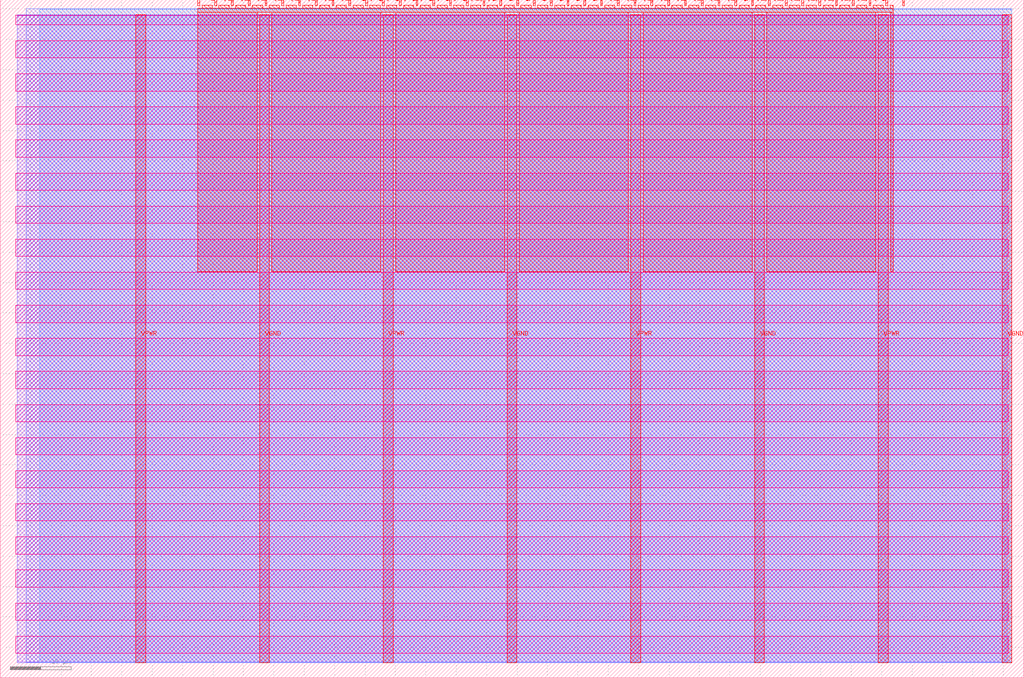
<source format=lef>
VERSION 5.7 ;
  NOWIREEXTENSIONATPIN ON ;
  DIVIDERCHAR "/" ;
  BUSBITCHARS "[]" ;
MACRO tt_um_psychogenic_neptuneproportional_dup
  CLASS BLOCK ;
  FOREIGN tt_um_psychogenic_neptuneproportional_dup ;
  ORIGIN 0.000 0.000 ;
  SIZE 168.360 BY 111.520 ;
  PIN VGND
    DIRECTION INOUT ;
    USE GROUND ;
    PORT
      LAYER met4 ;
        RECT 42.670 2.480 44.270 109.040 ;
    END
    PORT
      LAYER met4 ;
        RECT 83.380 2.480 84.980 109.040 ;
    END
    PORT
      LAYER met4 ;
        RECT 124.090 2.480 125.690 109.040 ;
    END
    PORT
      LAYER met4 ;
        RECT 164.800 2.480 166.400 109.040 ;
    END
  END VGND
  PIN VPWR
    DIRECTION INOUT ;
    USE POWER ;
    PORT
      LAYER met4 ;
        RECT 22.315 2.480 23.915 109.040 ;
    END
    PORT
      LAYER met4 ;
        RECT 63.025 2.480 64.625 109.040 ;
    END
    PORT
      LAYER met4 ;
        RECT 103.735 2.480 105.335 109.040 ;
    END
    PORT
      LAYER met4 ;
        RECT 144.445 2.480 146.045 109.040 ;
    END
  END VPWR
  PIN clk
    DIRECTION INPUT ;
    USE SIGNAL ;
    ANTENNAGATEAREA 0.852000 ;
    PORT
      LAYER met4 ;
        RECT 145.670 110.520 145.970 111.520 ;
    END
  END clk
  PIN ena
    DIRECTION INPUT ;
    USE SIGNAL ;
    PORT
      LAYER met4 ;
        RECT 148.430 110.520 148.730 111.520 ;
    END
  END ena
  PIN rst_n
    DIRECTION INPUT ;
    USE SIGNAL ;
    ANTENNAGATEAREA 0.159000 ;
    PORT
      LAYER met4 ;
        RECT 142.910 110.520 143.210 111.520 ;
    END
  END rst_n
  PIN ui_in[0]
    DIRECTION INPUT ;
    USE SIGNAL ;
    PORT
      LAYER met4 ;
        RECT 140.150 110.520 140.450 111.520 ;
    END
  END ui_in[0]
  PIN ui_in[1]
    DIRECTION INPUT ;
    USE SIGNAL ;
    PORT
      LAYER met4 ;
        RECT 137.390 110.520 137.690 111.520 ;
    END
  END ui_in[1]
  PIN ui_in[2]
    DIRECTION INPUT ;
    USE SIGNAL ;
    ANTENNAGATEAREA 0.213000 ;
    PORT
      LAYER met4 ;
        RECT 134.630 110.520 134.930 111.520 ;
    END
  END ui_in[2]
  PIN ui_in[3]
    DIRECTION INPUT ;
    USE SIGNAL ;
    ANTENNAGATEAREA 0.213000 ;
    PORT
      LAYER met4 ;
        RECT 131.870 110.520 132.170 111.520 ;
    END
  END ui_in[3]
  PIN ui_in[4]
    DIRECTION INPUT ;
    USE SIGNAL ;
    ANTENNAGATEAREA 0.159000 ;
    PORT
      LAYER met4 ;
        RECT 129.110 110.520 129.410 111.520 ;
    END
  END ui_in[4]
  PIN ui_in[5]
    DIRECTION INPUT ;
    USE SIGNAL ;
    ANTENNAGATEAREA 0.196500 ;
    PORT
      LAYER met4 ;
        RECT 126.350 110.520 126.650 111.520 ;
    END
  END ui_in[5]
  PIN ui_in[6]
    DIRECTION INPUT ;
    USE SIGNAL ;
    ANTENNAGATEAREA 0.213000 ;
    PORT
      LAYER met4 ;
        RECT 123.590 110.520 123.890 111.520 ;
    END
  END ui_in[6]
  PIN ui_in[7]
    DIRECTION INPUT ;
    USE SIGNAL ;
    ANTENNAGATEAREA 0.213000 ;
    PORT
      LAYER met4 ;
        RECT 120.830 110.520 121.130 111.520 ;
    END
  END ui_in[7]
  PIN uio_in[0]
    DIRECTION INPUT ;
    USE SIGNAL ;
    PORT
      LAYER met4 ;
        RECT 118.070 110.520 118.370 111.520 ;
    END
  END uio_in[0]
  PIN uio_in[1]
    DIRECTION INPUT ;
    USE SIGNAL ;
    PORT
      LAYER met4 ;
        RECT 115.310 110.520 115.610 111.520 ;
    END
  END uio_in[1]
  PIN uio_in[2]
    DIRECTION INPUT ;
    USE SIGNAL ;
    PORT
      LAYER met4 ;
        RECT 112.550 110.520 112.850 111.520 ;
    END
  END uio_in[2]
  PIN uio_in[3]
    DIRECTION INPUT ;
    USE SIGNAL ;
    PORT
      LAYER met4 ;
        RECT 109.790 110.520 110.090 111.520 ;
    END
  END uio_in[3]
  PIN uio_in[4]
    DIRECTION INPUT ;
    USE SIGNAL ;
    PORT
      LAYER met4 ;
        RECT 107.030 110.520 107.330 111.520 ;
    END
  END uio_in[4]
  PIN uio_in[5]
    DIRECTION INPUT ;
    USE SIGNAL ;
    PORT
      LAYER met4 ;
        RECT 104.270 110.520 104.570 111.520 ;
    END
  END uio_in[5]
  PIN uio_in[6]
    DIRECTION INPUT ;
    USE SIGNAL ;
    PORT
      LAYER met4 ;
        RECT 101.510 110.520 101.810 111.520 ;
    END
  END uio_in[6]
  PIN uio_in[7]
    DIRECTION INPUT ;
    USE SIGNAL ;
    PORT
      LAYER met4 ;
        RECT 98.750 110.520 99.050 111.520 ;
    END
  END uio_in[7]
  PIN uio_oe[0]
    DIRECTION OUTPUT TRISTATE ;
    USE SIGNAL ;
    PORT
      LAYER met4 ;
        RECT 51.830 110.520 52.130 111.520 ;
    END
  END uio_oe[0]
  PIN uio_oe[1]
    DIRECTION OUTPUT TRISTATE ;
    USE SIGNAL ;
    PORT
      LAYER met4 ;
        RECT 49.070 110.520 49.370 111.520 ;
    END
  END uio_oe[1]
  PIN uio_oe[2]
    DIRECTION OUTPUT TRISTATE ;
    USE SIGNAL ;
    PORT
      LAYER met4 ;
        RECT 46.310 110.520 46.610 111.520 ;
    END
  END uio_oe[2]
  PIN uio_oe[3]
    DIRECTION OUTPUT TRISTATE ;
    USE SIGNAL ;
    PORT
      LAYER met4 ;
        RECT 43.550 110.520 43.850 111.520 ;
    END
  END uio_oe[3]
  PIN uio_oe[4]
    DIRECTION OUTPUT TRISTATE ;
    USE SIGNAL ;
    PORT
      LAYER met4 ;
        RECT 40.790 110.520 41.090 111.520 ;
    END
  END uio_oe[4]
  PIN uio_oe[5]
    DIRECTION OUTPUT TRISTATE ;
    USE SIGNAL ;
    PORT
      LAYER met4 ;
        RECT 38.030 110.520 38.330 111.520 ;
    END
  END uio_oe[5]
  PIN uio_oe[6]
    DIRECTION OUTPUT TRISTATE ;
    USE SIGNAL ;
    PORT
      LAYER met4 ;
        RECT 35.270 110.520 35.570 111.520 ;
    END
  END uio_oe[6]
  PIN uio_oe[7]
    DIRECTION OUTPUT TRISTATE ;
    USE SIGNAL ;
    PORT
      LAYER met4 ;
        RECT 32.510 110.520 32.810 111.520 ;
    END
  END uio_oe[7]
  PIN uio_out[0]
    DIRECTION OUTPUT TRISTATE ;
    USE SIGNAL ;
    ANTENNAGATEAREA 0.465000 ;
    ANTENNADIFFAREA 0.891000 ;
    PORT
      LAYER met4 ;
        RECT 73.910 110.520 74.210 111.520 ;
    END
  END uio_out[0]
  PIN uio_out[1]
    DIRECTION OUTPUT TRISTATE ;
    USE SIGNAL ;
    ANTENNAGATEAREA 2.479500 ;
    ANTENNADIFFAREA 0.891000 ;
    PORT
      LAYER met4 ;
        RECT 71.150 110.520 71.450 111.520 ;
    END
  END uio_out[1]
  PIN uio_out[2]
    DIRECTION OUTPUT TRISTATE ;
    USE SIGNAL ;
    ANTENNAGATEAREA 0.586500 ;
    ANTENNADIFFAREA 0.891000 ;
    PORT
      LAYER met4 ;
        RECT 68.390 110.520 68.690 111.520 ;
    END
  END uio_out[2]
  PIN uio_out[3]
    DIRECTION OUTPUT TRISTATE ;
    USE SIGNAL ;
    ANTENNAGATEAREA 0.654000 ;
    ANTENNADIFFAREA 0.891000 ;
    PORT
      LAYER met4 ;
        RECT 65.630 110.520 65.930 111.520 ;
    END
  END uio_out[3]
  PIN uio_out[4]
    DIRECTION OUTPUT TRISTATE ;
    USE SIGNAL ;
    ANTENNAGATEAREA 2.071500 ;
    ANTENNADIFFAREA 0.891000 ;
    PORT
      LAYER met4 ;
        RECT 62.870 110.520 63.170 111.520 ;
    END
  END uio_out[4]
  PIN uio_out[5]
    DIRECTION OUTPUT TRISTATE ;
    USE SIGNAL ;
    ANTENNAGATEAREA 2.143500 ;
    ANTENNADIFFAREA 0.891000 ;
    PORT
      LAYER met4 ;
        RECT 60.110 110.520 60.410 111.520 ;
    END
  END uio_out[5]
  PIN uio_out[6]
    DIRECTION OUTPUT TRISTATE ;
    USE SIGNAL ;
    ANTENNAGATEAREA 2.319000 ;
    ANTENNADIFFAREA 0.891000 ;
    PORT
      LAYER met4 ;
        RECT 57.350 110.520 57.650 111.520 ;
    END
  END uio_out[6]
  PIN uio_out[7]
    DIRECTION OUTPUT TRISTATE ;
    USE SIGNAL ;
    ANTENNAGATEAREA 0.708000 ;
    ANTENNADIFFAREA 0.891000 ;
    PORT
      LAYER met4 ;
        RECT 54.590 110.520 54.890 111.520 ;
    END
  END uio_out[7]
  PIN uo_out[0]
    DIRECTION OUTPUT TRISTATE ;
    USE SIGNAL ;
    ANTENNADIFFAREA 0.795200 ;
    PORT
      LAYER met4 ;
        RECT 95.990 110.520 96.290 111.520 ;
    END
  END uo_out[0]
  PIN uo_out[1]
    DIRECTION OUTPUT TRISTATE ;
    USE SIGNAL ;
    ANTENNADIFFAREA 0.445500 ;
    PORT
      LAYER met4 ;
        RECT 93.230 110.520 93.530 111.520 ;
    END
  END uo_out[1]
  PIN uo_out[2]
    DIRECTION OUTPUT TRISTATE ;
    USE SIGNAL ;
    ANTENNADIFFAREA 0.445500 ;
    PORT
      LAYER met4 ;
        RECT 90.470 110.520 90.770 111.520 ;
    END
  END uo_out[2]
  PIN uo_out[3]
    DIRECTION OUTPUT TRISTATE ;
    USE SIGNAL ;
    ANTENNADIFFAREA 0.445500 ;
    PORT
      LAYER met4 ;
        RECT 87.710 110.520 88.010 111.520 ;
    END
  END uo_out[3]
  PIN uo_out[4]
    DIRECTION OUTPUT TRISTATE ;
    USE SIGNAL ;
    ANTENNADIFFAREA 0.445500 ;
    PORT
      LAYER met4 ;
        RECT 84.950 110.520 85.250 111.520 ;
    END
  END uo_out[4]
  PIN uo_out[5]
    DIRECTION OUTPUT TRISTATE ;
    USE SIGNAL ;
    ANTENNADIFFAREA 0.795200 ;
    PORT
      LAYER met4 ;
        RECT 82.190 110.520 82.490 111.520 ;
    END
  END uo_out[5]
  PIN uo_out[6]
    DIRECTION OUTPUT TRISTATE ;
    USE SIGNAL ;
    ANTENNADIFFAREA 0.445500 ;
    PORT
      LAYER met4 ;
        RECT 79.430 110.520 79.730 111.520 ;
    END
  END uo_out[6]
  PIN uo_out[7]
    DIRECTION OUTPUT TRISTATE ;
    USE SIGNAL ;
    ANTENNADIFFAREA 0.445500 ;
    PORT
      LAYER met4 ;
        RECT 76.670 110.520 76.970 111.520 ;
    END
  END uo_out[7]
  OBS
      LAYER nwell ;
        RECT 2.570 107.385 165.790 108.990 ;
        RECT 2.570 101.945 165.790 104.775 ;
        RECT 2.570 96.505 165.790 99.335 ;
        RECT 2.570 91.065 165.790 93.895 ;
        RECT 2.570 85.625 165.790 88.455 ;
        RECT 2.570 80.185 165.790 83.015 ;
        RECT 2.570 74.745 165.790 77.575 ;
        RECT 2.570 69.305 165.790 72.135 ;
        RECT 2.570 63.865 165.790 66.695 ;
        RECT 2.570 58.425 165.790 61.255 ;
        RECT 2.570 52.985 165.790 55.815 ;
        RECT 2.570 47.545 165.790 50.375 ;
        RECT 2.570 42.105 165.790 44.935 ;
        RECT 2.570 36.665 165.790 39.495 ;
        RECT 2.570 31.225 165.790 34.055 ;
        RECT 2.570 25.785 165.790 28.615 ;
        RECT 2.570 20.345 165.790 23.175 ;
        RECT 2.570 14.905 165.790 17.735 ;
        RECT 2.570 9.465 165.790 12.295 ;
        RECT 2.570 4.025 165.790 6.855 ;
      LAYER li1 ;
        RECT 2.760 2.635 165.600 108.885 ;
      LAYER met1 ;
        RECT 2.760 2.480 166.400 109.040 ;
      LAYER met2 ;
        RECT 4.240 2.535 166.370 110.005 ;
      LAYER met3 ;
        RECT 6.505 2.555 166.390 109.985 ;
      LAYER met4 ;
        RECT 33.210 110.120 34.870 110.650 ;
        RECT 35.970 110.120 37.630 110.650 ;
        RECT 38.730 110.120 40.390 110.650 ;
        RECT 41.490 110.120 43.150 110.650 ;
        RECT 44.250 110.120 45.910 110.650 ;
        RECT 47.010 110.120 48.670 110.650 ;
        RECT 49.770 110.120 51.430 110.650 ;
        RECT 52.530 110.120 54.190 110.650 ;
        RECT 55.290 110.120 56.950 110.650 ;
        RECT 58.050 110.120 59.710 110.650 ;
        RECT 60.810 110.120 62.470 110.650 ;
        RECT 63.570 110.120 65.230 110.650 ;
        RECT 66.330 110.120 67.990 110.650 ;
        RECT 69.090 110.120 70.750 110.650 ;
        RECT 71.850 110.120 73.510 110.650 ;
        RECT 74.610 110.120 76.270 110.650 ;
        RECT 77.370 110.120 79.030 110.650 ;
        RECT 80.130 110.120 81.790 110.650 ;
        RECT 82.890 110.120 84.550 110.650 ;
        RECT 85.650 110.120 87.310 110.650 ;
        RECT 88.410 110.120 90.070 110.650 ;
        RECT 91.170 110.120 92.830 110.650 ;
        RECT 93.930 110.120 95.590 110.650 ;
        RECT 96.690 110.120 98.350 110.650 ;
        RECT 99.450 110.120 101.110 110.650 ;
        RECT 102.210 110.120 103.870 110.650 ;
        RECT 104.970 110.120 106.630 110.650 ;
        RECT 107.730 110.120 109.390 110.650 ;
        RECT 110.490 110.120 112.150 110.650 ;
        RECT 113.250 110.120 114.910 110.650 ;
        RECT 116.010 110.120 117.670 110.650 ;
        RECT 118.770 110.120 120.430 110.650 ;
        RECT 121.530 110.120 123.190 110.650 ;
        RECT 124.290 110.120 125.950 110.650 ;
        RECT 127.050 110.120 128.710 110.650 ;
        RECT 129.810 110.120 131.470 110.650 ;
        RECT 132.570 110.120 134.230 110.650 ;
        RECT 135.330 110.120 136.990 110.650 ;
        RECT 138.090 110.120 139.750 110.650 ;
        RECT 140.850 110.120 142.510 110.650 ;
        RECT 143.610 110.120 145.270 110.650 ;
        RECT 146.370 110.120 146.905 110.650 ;
        RECT 32.495 109.440 146.905 110.120 ;
        RECT 32.495 66.815 42.270 109.440 ;
        RECT 44.670 66.815 62.625 109.440 ;
        RECT 65.025 66.815 82.980 109.440 ;
        RECT 85.380 66.815 103.335 109.440 ;
        RECT 105.735 66.815 123.690 109.440 ;
        RECT 126.090 66.815 144.045 109.440 ;
        RECT 146.445 66.815 146.905 109.440 ;
  END
END tt_um_psychogenic_neptuneproportional_dup
END LIBRARY


</source>
